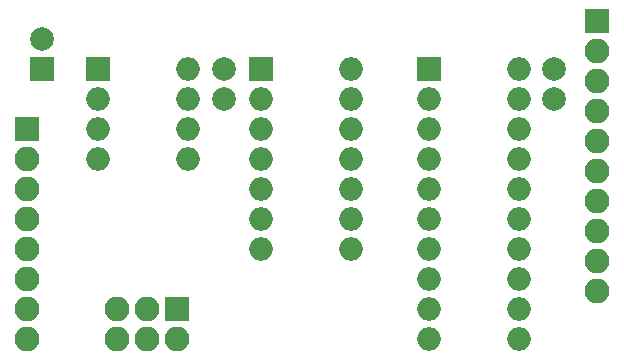
<source format=gbs>
G04 #@! TF.GenerationSoftware,KiCad,Pcbnew,no-vcs-found-104b606~61~ubuntu17.10.1*
G04 #@! TF.CreationDate,2018-02-15T12:11:00+01:00*
G04 #@! TF.ProjectId,arduino_isp_shield,61726475696E6F5F6973705F73686965,rev?*
G04 #@! TF.SameCoordinates,Original*
G04 #@! TF.FileFunction,Soldermask,Bot*
G04 #@! TF.FilePolarity,Negative*
%FSLAX46Y46*%
G04 Gerber Fmt 4.6, Leading zero omitted, Abs format (unit mm)*
G04 Created by KiCad (PCBNEW no-vcs-found-104b606~61~ubuntu17.10.1) date Thu Feb 15 12:11:00 2018*
%MOMM*%
%LPD*%
G01*
G04 APERTURE LIST*
%ADD10R,2.000000X2.000000*%
%ADD11C,2.000000*%
%ADD12O,2.000000X2.000000*%
%ADD13R,2.100000X2.100000*%
%ADD14O,2.100000X2.100000*%
G04 APERTURE END LIST*
D10*
X121920000Y-85090000D03*
D11*
X121920000Y-82590000D03*
D10*
X126634095Y-85090000D03*
D12*
X134254095Y-92710000D03*
X126634095Y-87630000D03*
X134254095Y-90170000D03*
X126634095Y-90170000D03*
X134254095Y-87630000D03*
X126634095Y-92710000D03*
X134254095Y-85090000D03*
D11*
X165227000Y-87630000D03*
X165227000Y-85130000D03*
X137287000Y-85090000D03*
X137287000Y-87590000D03*
D13*
X168910000Y-81030000D03*
D14*
X168910000Y-83570000D03*
X168910000Y-86110000D03*
X168910000Y-88650000D03*
X168910000Y-91190000D03*
X168910000Y-93730000D03*
X168910000Y-96270000D03*
X168910000Y-98810000D03*
X168910000Y-101350000D03*
X168910000Y-103890000D03*
D13*
X120650000Y-90170000D03*
D14*
X120650000Y-92710000D03*
X120650000Y-95250000D03*
X120650000Y-97790000D03*
X120650000Y-100330000D03*
X120650000Y-102870000D03*
X120650000Y-105410000D03*
X120650000Y-107950000D03*
D10*
X140406714Y-85090000D03*
D12*
X148026714Y-100330000D03*
X140406714Y-87630000D03*
X148026714Y-97790000D03*
X140406714Y-90170000D03*
X148026714Y-95250000D03*
X140406714Y-92710000D03*
X148026714Y-92710000D03*
X140406714Y-95250000D03*
X148026714Y-90170000D03*
X140406714Y-97790000D03*
X148026714Y-87630000D03*
X140406714Y-100330000D03*
X148026714Y-85090000D03*
D13*
X133350000Y-105410000D03*
D14*
X133350000Y-107950000D03*
X130810000Y-105410000D03*
X130810000Y-107950000D03*
X128270000Y-105410000D03*
X128270000Y-107950000D03*
D10*
X154690285Y-85090000D03*
D12*
X162310285Y-107950000D03*
X154690285Y-87630000D03*
X162310285Y-105410000D03*
X154690285Y-90170000D03*
X162310285Y-102870000D03*
X154690285Y-92710000D03*
X162310285Y-100330000D03*
X154690285Y-95250000D03*
X162310285Y-97790000D03*
X154690285Y-97790000D03*
X162310285Y-95250000D03*
X154690285Y-100330000D03*
X162310285Y-92710000D03*
X154690285Y-102870000D03*
X162310285Y-90170000D03*
X154690285Y-105410000D03*
X162310285Y-87630000D03*
X154690285Y-107950000D03*
X162310285Y-85090000D03*
M02*

</source>
